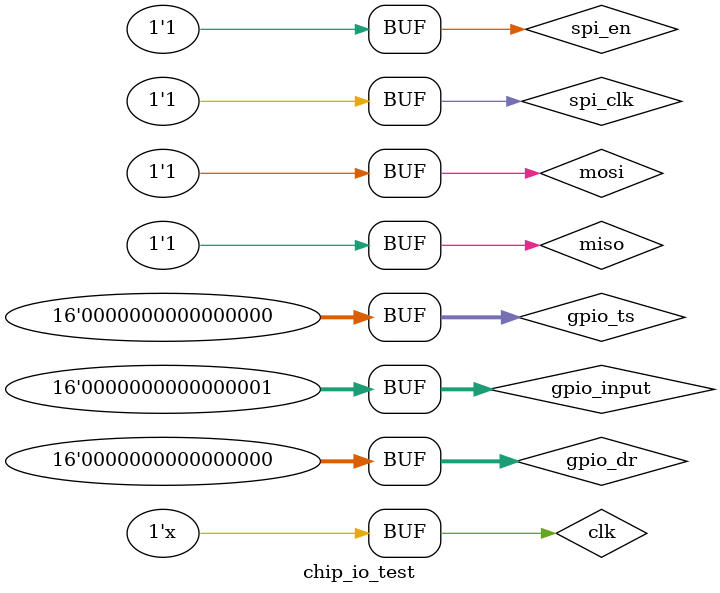
<source format=v>
`timescale 1ns / 1ps


module chip_io_test;

	// Inputs
	reg clk;
	reg spi_clk;
	reg spi_en;
	reg miso;
	reg mosi;
	reg [15:0] gpio_ts;
	reg [15:0] gpio_dr;
	reg [15:0] gpio_input;

	// Outputs
	wire clk_out;
	wire spi_clk_out;
	wire spi_en_out;
	wire miso_out;
	wire mosi_out;
	wire [15:0] gpio_ps;

	// Instantiate the Unit Under Test (UUT)
	chip_io uut (
		.clk(clk), 
		.clk_out(clk_out), 
		.spi_clk(spi_clk), 
		.spi_clk_out(spi_clk_out), 
		.spi_en(spi_en), 
		.spi_en_out(spi_en_out), 
		.miso(miso), 
		.miso_out(miso_out), 
		.mosi(mosi), 
		.mosi_out(mosi_out), 
		.gpio_ps(gpio_ps), 
		.gpio_ts(gpio_ts), 
		.gpio_dr(gpio_dr), 
		.gpio_input(gpio_input)
	);

	initial begin
		// Initialize Inputs
		clk = 0;
		spi_clk = 0;
		spi_en = 0;
		miso = 0;
		mosi = 0;
		gpio_ts = 0;
		gpio_dr = 0;
		gpio_input = 0;

		// Wait 100 ns for global reset to finish
		#100;
        
		// Add stimulus here
		#25;
		spi_clk = 1;
		#25;
		spi_en = 1;
		#25;
		miso = 1;
		#25;
		mosi = 1;
		#25;
		gpio_ts = 1;
		#25;
		gpio_dr = 1;
		#25;
		gpio_input = 1;
		#50;
		gpio_dr = 0;
		#50;
		gpio_ts = 0;
		

	end
	
	always
	#5 clk = !clk;
      
endmodule


</source>
